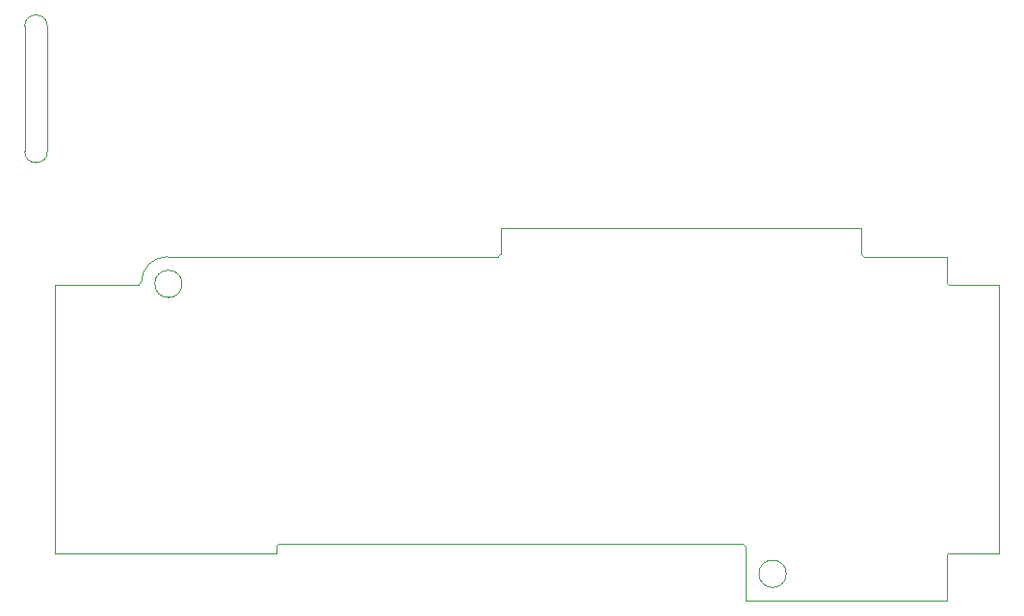
<source format=gm1>
%TF.GenerationSoftware,KiCad,Pcbnew,9.0.3*%
%TF.CreationDate,2025-12-31T10:25:08+01:00*%
%TF.ProjectId,REG1-App-OneWire,52454731-2d41-4707-902d-4f6e65576972,V01.10*%
%TF.SameCoordinates,Original*%
%TF.FileFunction,Profile,NP*%
%FSLAX46Y46*%
G04 Gerber Fmt 4.6, Leading zero omitted, Abs format (unit mm)*
G04 Created by KiCad (PCBNEW 9.0.3) date 2025-12-31 10:25:08*
%MOMM*%
%LPD*%
G01*
G04 APERTURE LIST*
%TA.AperFunction,Profile*%
%ADD10C,0.050000*%
%TD*%
G04 APERTURE END LIST*
D10*
X130500000Y-117900000D02*
X89700000Y-117900000D01*
X89500000Y-118700000D02*
X70000000Y-118700000D01*
X153000000Y-95100000D02*
X153000000Y-118700000D01*
X70000000Y-95100000D02*
X70000000Y-118700000D01*
X109200000Y-90100000D02*
X140900000Y-90100000D01*
X141100000Y-92600000D02*
G75*
G02*
X140900000Y-92400000I0J200000D01*
G01*
X70000000Y-95100000D02*
X77400000Y-95091005D01*
X148400000Y-118900000D02*
X148400000Y-122900000D01*
X148600000Y-95100000D02*
G75*
G02*
X148400000Y-94900000I0J200000D01*
G01*
X153000000Y-118700000D02*
X148600000Y-118700000D01*
X109200000Y-90100000D02*
X109200000Y-92400000D01*
X109000000Y-92600000D02*
X79900000Y-92600000D01*
X153000000Y-95100000D02*
X148600000Y-95100000D01*
X81200000Y-95000000D02*
G75*
G02*
X78800000Y-95000000I-1200000J0D01*
G01*
X78800000Y-95000000D02*
G75*
G02*
X81200000Y-95000000I1200000J0D01*
G01*
X148400000Y-118900000D02*
G75*
G02*
X148600000Y-118700000I200000J0D01*
G01*
X134300000Y-120500000D02*
G75*
G02*
X131900000Y-120500000I-1200000J0D01*
G01*
X131900000Y-120500000D02*
G75*
G02*
X134300000Y-120500000I1200000J0D01*
G01*
X67360000Y-83340000D02*
X67360000Y-72340000D01*
X141100000Y-92600000D02*
X148400000Y-92600000D01*
X148400000Y-122900000D02*
X130700000Y-122900000D01*
X89500000Y-118700000D02*
X89500000Y-118100000D01*
X67360000Y-72340000D02*
G75*
G02*
X69360000Y-72340000I1000000J0D01*
G01*
X109200000Y-92400000D02*
G75*
G02*
X109000000Y-92600000I-200000J0D01*
G01*
X130500000Y-117900000D02*
G75*
G02*
X130700000Y-118100000I0J-200000D01*
G01*
X69360000Y-72340000D02*
X69360000Y-83340000D01*
X77600000Y-94900000D02*
G75*
G02*
X79900000Y-92600000I2300000J0D01*
G01*
X130700000Y-122900000D02*
X130700000Y-118100000D01*
X77591005Y-94900000D02*
G75*
G02*
X77400000Y-95091005I-191005J0D01*
G01*
X148400000Y-94900000D02*
X148400000Y-92600000D01*
X89500000Y-118100000D02*
G75*
G02*
X89700000Y-117900000I200000J0D01*
G01*
X140900000Y-90100000D02*
X140900000Y-92400000D01*
X69360000Y-83340000D02*
G75*
G02*
X67360000Y-83340000I-1000000J0D01*
G01*
M02*

</source>
